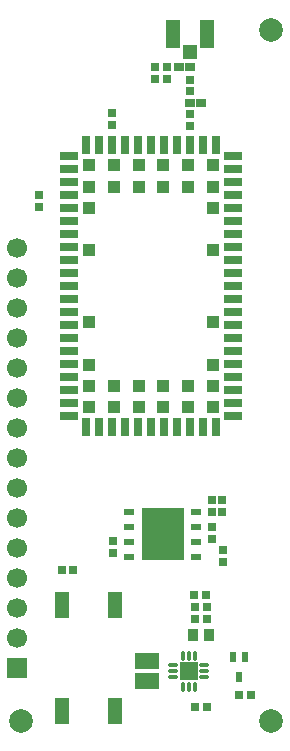
<source format=gts>
G04 Layer_Color=8388736*
%FSLAX44Y44*%
%MOMM*%
G71*
G01*
G75*
%ADD27R,1.5000X0.8000*%
%ADD28R,0.8000X1.5000*%
%ADD29R,1.1000X1.1000*%
%ADD44C,2.0000*%
%ADD45R,1.2000X1.2500*%
%ADD46R,1.2500X2.4000*%
%ADD47R,0.8000X0.7500*%
%ADD48R,0.7000X0.8000*%
%ADD49R,0.9000X0.5000*%
%ADD50R,3.6000X4.4000*%
%ADD51R,1.2000X2.2000*%
%ADD52R,0.9500X1.0000*%
%ADD53R,0.8000X0.7000*%
%ADD54O,0.9000X0.3500*%
%ADD55O,0.3500X0.9000*%
%ADD56R,1.5800X1.5800*%
%ADD57R,2.0200X1.3900*%
%ADD58R,0.5000X0.9500*%
%ADD59R,0.7500X0.8000*%
%ADD60R,0.8500X0.7000*%
%ADD61C,1.7000*%
%ADD62R,1.7000X1.7000*%
D27*
X59040Y495520D02*
D03*
Y484520D02*
D03*
Y473520D02*
D03*
Y462520D02*
D03*
Y451520D02*
D03*
Y440520D02*
D03*
Y429520D02*
D03*
Y418520D02*
D03*
Y407520D02*
D03*
Y396520D02*
D03*
Y385520D02*
D03*
Y374520D02*
D03*
Y363520D02*
D03*
Y352520D02*
D03*
Y341520D02*
D03*
Y330520D02*
D03*
Y319520D02*
D03*
Y308520D02*
D03*
Y297520D02*
D03*
Y286520D02*
D03*
Y275520D02*
D03*
X198040Y275520D02*
D03*
Y286520D02*
D03*
Y297520D02*
D03*
Y308520D02*
D03*
Y319520D02*
D03*
Y330520D02*
D03*
Y341520D02*
D03*
Y352520D02*
D03*
Y363520D02*
D03*
Y374520D02*
D03*
Y385520D02*
D03*
Y396520D02*
D03*
Y407520D02*
D03*
Y418520D02*
D03*
Y429520D02*
D03*
Y440520D02*
D03*
Y451520D02*
D03*
Y462520D02*
D03*
Y473520D02*
D03*
Y484520D02*
D03*
Y495520D02*
D03*
D28*
X73540Y266020D02*
D03*
X84540D02*
D03*
X95540D02*
D03*
X106540D02*
D03*
X117540D02*
D03*
X128540D02*
D03*
X139540D02*
D03*
X150540D02*
D03*
X161540D02*
D03*
X172540D02*
D03*
X183540D02*
D03*
Y505020D02*
D03*
X172540D02*
D03*
X161540D02*
D03*
X150540D02*
D03*
X139540D02*
D03*
X128540D02*
D03*
X117540D02*
D03*
X106540D02*
D03*
X95540D02*
D03*
X84540D02*
D03*
X73540D02*
D03*
D29*
X76040Y488020D02*
D03*
Y470020D02*
D03*
Y452020D02*
D03*
Y416020D02*
D03*
Y355020D02*
D03*
Y319020D02*
D03*
Y301020D02*
D03*
Y283020D02*
D03*
X97040D02*
D03*
X118040D02*
D03*
X139040D02*
D03*
X160040D02*
D03*
X181040D02*
D03*
Y301020D02*
D03*
X160040D02*
D03*
X139040D02*
D03*
X118040D02*
D03*
X97040D02*
D03*
X181040Y319020D02*
D03*
Y355020D02*
D03*
Y416020D02*
D03*
Y452020D02*
D03*
X97040Y470020D02*
D03*
X118040D02*
D03*
X139040D02*
D03*
X160040D02*
D03*
X181040D02*
D03*
Y488020D02*
D03*
X160040D02*
D03*
X139040D02*
D03*
X118040D02*
D03*
X97040D02*
D03*
D44*
X230250Y602750D02*
D03*
Y17750D02*
D03*
X18250Y17250D02*
D03*
D45*
X161500Y584250D02*
D03*
D46*
X146750Y599500D02*
D03*
X176250D02*
D03*
D47*
X202750Y39750D02*
D03*
X212750D02*
D03*
X52750Y145250D02*
D03*
X62750D02*
D03*
D48*
X188750Y194750D02*
D03*
Y204750D02*
D03*
X96000Y169500D02*
D03*
Y159500D02*
D03*
X179750Y194750D02*
D03*
Y204750D02*
D03*
Y182000D02*
D03*
Y172000D02*
D03*
X189250Y162250D02*
D03*
Y152250D02*
D03*
X131500Y561250D02*
D03*
Y571250D02*
D03*
X161500Y560500D02*
D03*
Y550500D02*
D03*
D49*
X110000Y194800D02*
D03*
Y182100D02*
D03*
Y169400D02*
D03*
Y156700D02*
D03*
X166500D02*
D03*
X166500Y169400D02*
D03*
Y182100D02*
D03*
X166500Y194800D02*
D03*
D50*
X138500Y175750D02*
D03*
D51*
X52750Y116000D02*
D03*
X97750D02*
D03*
X52750Y26000D02*
D03*
X97750D02*
D03*
D52*
X163740Y90150D02*
D03*
X177240D02*
D03*
D53*
X165490Y104120D02*
D03*
X175490D02*
D03*
X165490Y114280D02*
D03*
X175490D02*
D03*
X175250Y124000D02*
D03*
X165250D02*
D03*
X165490Y29190D02*
D03*
X175490D02*
D03*
D54*
X147080Y64670D02*
D03*
Y59670D02*
D03*
Y54670D02*
D03*
X173580D02*
D03*
Y59670D02*
D03*
X173580Y64670D02*
D03*
D55*
X155330Y46420D02*
D03*
X160330Y46420D02*
D03*
X165330D02*
D03*
Y72920D02*
D03*
X160330D02*
D03*
X155330D02*
D03*
D56*
X160330Y59670D02*
D03*
D57*
X124770Y68220D02*
D03*
Y51120D02*
D03*
D58*
X207750Y71750D02*
D03*
X197750Y71750D02*
D03*
X202750Y54750D02*
D03*
D59*
X33500Y462750D02*
D03*
Y452750D02*
D03*
X141750Y571250D02*
D03*
Y561250D02*
D03*
X95500Y522000D02*
D03*
Y532000D02*
D03*
X161560Y521490D02*
D03*
Y531490D02*
D03*
D60*
X152000Y571250D02*
D03*
X161500D02*
D03*
X171000Y541000D02*
D03*
X161500D02*
D03*
D61*
X15000Y240500D02*
D03*
Y418300D02*
D03*
Y164300D02*
D03*
Y367500D02*
D03*
Y113500D02*
D03*
Y342100D02*
D03*
Y88100D02*
D03*
Y316700D02*
D03*
Y138900D02*
D03*
Y392900D02*
D03*
Y189700D02*
D03*
Y215100D02*
D03*
Y265900D02*
D03*
Y291300D02*
D03*
D62*
Y62700D02*
D03*
M02*

</source>
